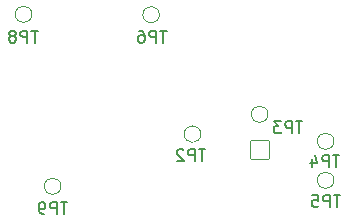
<source format=gbr>
%TF.GenerationSoftware,KiCad,Pcbnew,9.0.6+1*%
%TF.CreationDate,2025-12-12T14:05:26+00:00*%
%TF.ProjectId,KDT_Hierarchical_KiBot,4b44545f-4869-4657-9261-726368696361,0.1.6*%
%TF.SameCoordinates,Original*%
%TF.FileFunction,Legend,Bot*%
%TF.FilePolarity,Positive*%
%FSLAX46Y46*%
G04 Gerber Fmt 4.6, Leading zero omitted, Abs format (unit mm)*
G04 Created by KiCad (PCBNEW 9.0.6+1) date 2025-12-12 14:05:26*
%MOMM*%
%LPD*%
G01*
G04 APERTURE LIST*
G04 Aperture macros list*
%AMRoundRect*
0 Rectangle with rounded corners*
0 $1 Rounding radius*
0 $2 $3 $4 $5 $6 $7 $8 $9 X,Y pos of 4 corners*
0 Add a 4 corners polygon primitive as box body*
4,1,4,$2,$3,$4,$5,$6,$7,$8,$9,$2,$3,0*
0 Add four circle primitives for the rounded corners*
1,1,$1+$1,$2,$3*
1,1,$1+$1,$4,$5*
1,1,$1+$1,$6,$7*
1,1,$1+$1,$8,$9*
0 Add four rect primitives between the rounded corners*
20,1,$1+$1,$2,$3,$4,$5,0*
20,1,$1+$1,$4,$5,$6,$7,0*
20,1,$1+$1,$6,$7,$8,$9,0*
20,1,$1+$1,$8,$9,$2,$3,0*%
G04 Aperture macros list end*
%ADD10C,0.150000*%
%ADD11C,0.120000*%
%ADD12O,1.600000X2.100000*%
%ADD13C,2.100000*%
%ADD14RoundRect,0.050000X0.850000X0.850000X-0.850000X0.850000X-0.850000X-0.850000X0.850000X-0.850000X0*%
%ADD15O,1.800000X1.800000*%
%ADD16RoundRect,0.050000X-0.850000X-0.850000X0.850000X-0.850000X0.850000X0.850000X-0.850000X0.850000X0*%
%ADD17RoundRect,0.050000X0.800000X-0.800000X0.800000X0.800000X-0.800000X0.800000X-0.800000X-0.800000X0*%
%ADD18C,1.700000*%
%ADD19C,4.100000*%
%ADD20C,2.800000*%
%ADD21RoundRect,0.050000X0.850000X-0.850000X0.850000X0.850000X-0.850000X0.850000X-0.850000X-0.850000X0*%
%ADD22C,1.100000*%
G04 APERTURE END LIST*
D10*
X171579704Y-84778619D02*
X171008276Y-84778619D01*
X171293990Y-85778619D02*
X171293990Y-84778619D01*
X170674942Y-85778619D02*
X170674942Y-84778619D01*
X170674942Y-84778619D02*
X170293990Y-84778619D01*
X170293990Y-84778619D02*
X170198752Y-84826238D01*
X170198752Y-84826238D02*
X170151133Y-84873857D01*
X170151133Y-84873857D02*
X170103514Y-84969095D01*
X170103514Y-84969095D02*
X170103514Y-85111952D01*
X170103514Y-85111952D02*
X170151133Y-85207190D01*
X170151133Y-85207190D02*
X170198752Y-85254809D01*
X170198752Y-85254809D02*
X170293990Y-85302428D01*
X170293990Y-85302428D02*
X170674942Y-85302428D01*
X169770180Y-84778619D02*
X169151133Y-84778619D01*
X169151133Y-84778619D02*
X169484466Y-85159571D01*
X169484466Y-85159571D02*
X169341609Y-85159571D01*
X169341609Y-85159571D02*
X169246371Y-85207190D01*
X169246371Y-85207190D02*
X169198752Y-85254809D01*
X169198752Y-85254809D02*
X169151133Y-85350047D01*
X169151133Y-85350047D02*
X169151133Y-85588142D01*
X169151133Y-85588142D02*
X169198752Y-85683380D01*
X169198752Y-85683380D02*
X169246371Y-85731000D01*
X169246371Y-85731000D02*
X169341609Y-85778619D01*
X169341609Y-85778619D02*
X169627323Y-85778619D01*
X169627323Y-85778619D02*
X169722561Y-85731000D01*
X169722561Y-85731000D02*
X169770180Y-85683380D01*
X163350104Y-87140819D02*
X162778676Y-87140819D01*
X163064390Y-88140819D02*
X163064390Y-87140819D01*
X162445342Y-88140819D02*
X162445342Y-87140819D01*
X162445342Y-87140819D02*
X162064390Y-87140819D01*
X162064390Y-87140819D02*
X161969152Y-87188438D01*
X161969152Y-87188438D02*
X161921533Y-87236057D01*
X161921533Y-87236057D02*
X161873914Y-87331295D01*
X161873914Y-87331295D02*
X161873914Y-87474152D01*
X161873914Y-87474152D02*
X161921533Y-87569390D01*
X161921533Y-87569390D02*
X161969152Y-87617009D01*
X161969152Y-87617009D02*
X162064390Y-87664628D01*
X162064390Y-87664628D02*
X162445342Y-87664628D01*
X161492961Y-87236057D02*
X161445342Y-87188438D01*
X161445342Y-87188438D02*
X161350104Y-87140819D01*
X161350104Y-87140819D02*
X161112009Y-87140819D01*
X161112009Y-87140819D02*
X161016771Y-87188438D01*
X161016771Y-87188438D02*
X160969152Y-87236057D01*
X160969152Y-87236057D02*
X160921533Y-87331295D01*
X160921533Y-87331295D02*
X160921533Y-87426533D01*
X160921533Y-87426533D02*
X160969152Y-87569390D01*
X160969152Y-87569390D02*
X161540580Y-88140819D01*
X161540580Y-88140819D02*
X160921533Y-88140819D01*
X160073504Y-77107819D02*
X159502076Y-77107819D01*
X159787790Y-78107819D02*
X159787790Y-77107819D01*
X159168742Y-78107819D02*
X159168742Y-77107819D01*
X159168742Y-77107819D02*
X158787790Y-77107819D01*
X158787790Y-77107819D02*
X158692552Y-77155438D01*
X158692552Y-77155438D02*
X158644933Y-77203057D01*
X158644933Y-77203057D02*
X158597314Y-77298295D01*
X158597314Y-77298295D02*
X158597314Y-77441152D01*
X158597314Y-77441152D02*
X158644933Y-77536390D01*
X158644933Y-77536390D02*
X158692552Y-77584009D01*
X158692552Y-77584009D02*
X158787790Y-77631628D01*
X158787790Y-77631628D02*
X159168742Y-77631628D01*
X157740171Y-77107819D02*
X157930647Y-77107819D01*
X157930647Y-77107819D02*
X158025885Y-77155438D01*
X158025885Y-77155438D02*
X158073504Y-77203057D01*
X158073504Y-77203057D02*
X158168742Y-77345914D01*
X158168742Y-77345914D02*
X158216361Y-77536390D01*
X158216361Y-77536390D02*
X158216361Y-77917342D01*
X158216361Y-77917342D02*
X158168742Y-78012580D01*
X158168742Y-78012580D02*
X158121123Y-78060200D01*
X158121123Y-78060200D02*
X158025885Y-78107819D01*
X158025885Y-78107819D02*
X157835409Y-78107819D01*
X157835409Y-78107819D02*
X157740171Y-78060200D01*
X157740171Y-78060200D02*
X157692552Y-78012580D01*
X157692552Y-78012580D02*
X157644933Y-77917342D01*
X157644933Y-77917342D02*
X157644933Y-77679247D01*
X157644933Y-77679247D02*
X157692552Y-77584009D01*
X157692552Y-77584009D02*
X157740171Y-77536390D01*
X157740171Y-77536390D02*
X157835409Y-77488771D01*
X157835409Y-77488771D02*
X158025885Y-77488771D01*
X158025885Y-77488771D02*
X158121123Y-77536390D01*
X158121123Y-77536390D02*
X158168742Y-77584009D01*
X158168742Y-77584009D02*
X158216361Y-77679247D01*
X174780104Y-91027019D02*
X174208676Y-91027019D01*
X174494390Y-92027019D02*
X174494390Y-91027019D01*
X173875342Y-92027019D02*
X173875342Y-91027019D01*
X173875342Y-91027019D02*
X173494390Y-91027019D01*
X173494390Y-91027019D02*
X173399152Y-91074638D01*
X173399152Y-91074638D02*
X173351533Y-91122257D01*
X173351533Y-91122257D02*
X173303914Y-91217495D01*
X173303914Y-91217495D02*
X173303914Y-91360352D01*
X173303914Y-91360352D02*
X173351533Y-91455590D01*
X173351533Y-91455590D02*
X173399152Y-91503209D01*
X173399152Y-91503209D02*
X173494390Y-91550828D01*
X173494390Y-91550828D02*
X173875342Y-91550828D01*
X172399152Y-91027019D02*
X172875342Y-91027019D01*
X172875342Y-91027019D02*
X172922961Y-91503209D01*
X172922961Y-91503209D02*
X172875342Y-91455590D01*
X172875342Y-91455590D02*
X172780104Y-91407971D01*
X172780104Y-91407971D02*
X172542009Y-91407971D01*
X172542009Y-91407971D02*
X172446771Y-91455590D01*
X172446771Y-91455590D02*
X172399152Y-91503209D01*
X172399152Y-91503209D02*
X172351533Y-91598447D01*
X172351533Y-91598447D02*
X172351533Y-91836542D01*
X172351533Y-91836542D02*
X172399152Y-91931780D01*
X172399152Y-91931780D02*
X172446771Y-91979400D01*
X172446771Y-91979400D02*
X172542009Y-92027019D01*
X172542009Y-92027019D02*
X172780104Y-92027019D01*
X172780104Y-92027019D02*
X172875342Y-91979400D01*
X172875342Y-91979400D02*
X172922961Y-91931780D01*
X149176904Y-77107819D02*
X148605476Y-77107819D01*
X148891190Y-78107819D02*
X148891190Y-77107819D01*
X148272142Y-78107819D02*
X148272142Y-77107819D01*
X148272142Y-77107819D02*
X147891190Y-77107819D01*
X147891190Y-77107819D02*
X147795952Y-77155438D01*
X147795952Y-77155438D02*
X147748333Y-77203057D01*
X147748333Y-77203057D02*
X147700714Y-77298295D01*
X147700714Y-77298295D02*
X147700714Y-77441152D01*
X147700714Y-77441152D02*
X147748333Y-77536390D01*
X147748333Y-77536390D02*
X147795952Y-77584009D01*
X147795952Y-77584009D02*
X147891190Y-77631628D01*
X147891190Y-77631628D02*
X148272142Y-77631628D01*
X147129285Y-77536390D02*
X147224523Y-77488771D01*
X147224523Y-77488771D02*
X147272142Y-77441152D01*
X147272142Y-77441152D02*
X147319761Y-77345914D01*
X147319761Y-77345914D02*
X147319761Y-77298295D01*
X147319761Y-77298295D02*
X147272142Y-77203057D01*
X147272142Y-77203057D02*
X147224523Y-77155438D01*
X147224523Y-77155438D02*
X147129285Y-77107819D01*
X147129285Y-77107819D02*
X146938809Y-77107819D01*
X146938809Y-77107819D02*
X146843571Y-77155438D01*
X146843571Y-77155438D02*
X146795952Y-77203057D01*
X146795952Y-77203057D02*
X146748333Y-77298295D01*
X146748333Y-77298295D02*
X146748333Y-77345914D01*
X146748333Y-77345914D02*
X146795952Y-77441152D01*
X146795952Y-77441152D02*
X146843571Y-77488771D01*
X146843571Y-77488771D02*
X146938809Y-77536390D01*
X146938809Y-77536390D02*
X147129285Y-77536390D01*
X147129285Y-77536390D02*
X147224523Y-77584009D01*
X147224523Y-77584009D02*
X147272142Y-77631628D01*
X147272142Y-77631628D02*
X147319761Y-77726866D01*
X147319761Y-77726866D02*
X147319761Y-77917342D01*
X147319761Y-77917342D02*
X147272142Y-78012580D01*
X147272142Y-78012580D02*
X147224523Y-78060200D01*
X147224523Y-78060200D02*
X147129285Y-78107819D01*
X147129285Y-78107819D02*
X146938809Y-78107819D01*
X146938809Y-78107819D02*
X146843571Y-78060200D01*
X146843571Y-78060200D02*
X146795952Y-78012580D01*
X146795952Y-78012580D02*
X146748333Y-77917342D01*
X146748333Y-77917342D02*
X146748333Y-77726866D01*
X146748333Y-77726866D02*
X146795952Y-77631628D01*
X146795952Y-77631628D02*
X146843571Y-77584009D01*
X146843571Y-77584009D02*
X146938809Y-77536390D01*
X151666104Y-91611219D02*
X151094676Y-91611219D01*
X151380390Y-92611219D02*
X151380390Y-91611219D01*
X150761342Y-92611219D02*
X150761342Y-91611219D01*
X150761342Y-91611219D02*
X150380390Y-91611219D01*
X150380390Y-91611219D02*
X150285152Y-91658838D01*
X150285152Y-91658838D02*
X150237533Y-91706457D01*
X150237533Y-91706457D02*
X150189914Y-91801695D01*
X150189914Y-91801695D02*
X150189914Y-91944552D01*
X150189914Y-91944552D02*
X150237533Y-92039790D01*
X150237533Y-92039790D02*
X150285152Y-92087409D01*
X150285152Y-92087409D02*
X150380390Y-92135028D01*
X150380390Y-92135028D02*
X150761342Y-92135028D01*
X149713723Y-92611219D02*
X149523247Y-92611219D01*
X149523247Y-92611219D02*
X149428009Y-92563600D01*
X149428009Y-92563600D02*
X149380390Y-92515980D01*
X149380390Y-92515980D02*
X149285152Y-92373123D01*
X149285152Y-92373123D02*
X149237533Y-92182647D01*
X149237533Y-92182647D02*
X149237533Y-91801695D01*
X149237533Y-91801695D02*
X149285152Y-91706457D01*
X149285152Y-91706457D02*
X149332771Y-91658838D01*
X149332771Y-91658838D02*
X149428009Y-91611219D01*
X149428009Y-91611219D02*
X149618485Y-91611219D01*
X149618485Y-91611219D02*
X149713723Y-91658838D01*
X149713723Y-91658838D02*
X149761342Y-91706457D01*
X149761342Y-91706457D02*
X149808961Y-91801695D01*
X149808961Y-91801695D02*
X149808961Y-92039790D01*
X149808961Y-92039790D02*
X149761342Y-92135028D01*
X149761342Y-92135028D02*
X149713723Y-92182647D01*
X149713723Y-92182647D02*
X149618485Y-92230266D01*
X149618485Y-92230266D02*
X149428009Y-92230266D01*
X149428009Y-92230266D02*
X149332771Y-92182647D01*
X149332771Y-92182647D02*
X149285152Y-92135028D01*
X149285152Y-92135028D02*
X149237533Y-92039790D01*
X174703904Y-87648819D02*
X174132476Y-87648819D01*
X174418190Y-88648819D02*
X174418190Y-87648819D01*
X173799142Y-88648819D02*
X173799142Y-87648819D01*
X173799142Y-87648819D02*
X173418190Y-87648819D01*
X173418190Y-87648819D02*
X173322952Y-87696438D01*
X173322952Y-87696438D02*
X173275333Y-87744057D01*
X173275333Y-87744057D02*
X173227714Y-87839295D01*
X173227714Y-87839295D02*
X173227714Y-87982152D01*
X173227714Y-87982152D02*
X173275333Y-88077390D01*
X173275333Y-88077390D02*
X173322952Y-88125009D01*
X173322952Y-88125009D02*
X173418190Y-88172628D01*
X173418190Y-88172628D02*
X173799142Y-88172628D01*
X172370571Y-87982152D02*
X172370571Y-88648819D01*
X172608666Y-87601200D02*
X172846761Y-88315485D01*
X172846761Y-88315485D02*
X172227714Y-88315485D01*
D11*
%TO.C,TP3*%
X168655600Y-84180800D02*
G75*
G02*
X167255600Y-84180800I-700000J0D01*
G01*
X167255600Y-84180800D02*
G75*
G02*
X168655600Y-84180800I700000J0D01*
G01*
%TO.C,TP2*%
X162966000Y-85857200D02*
G75*
G02*
X161566000Y-85857200I-700000J0D01*
G01*
X161566000Y-85857200D02*
G75*
G02*
X162966000Y-85857200I700000J0D01*
G01*
%TO.C,TP6*%
X159460800Y-75748000D02*
G75*
G02*
X158060800Y-75748000I-700000J0D01*
G01*
X158060800Y-75748000D02*
G75*
G02*
X159460800Y-75748000I700000J0D01*
G01*
%TO.C,TP5*%
X174243600Y-89768800D02*
G75*
G02*
X172843600Y-89768800I-700000J0D01*
G01*
X172843600Y-89768800D02*
G75*
G02*
X174243600Y-89768800I700000J0D01*
G01*
%TO.C,TP8*%
X148665800Y-75722600D02*
G75*
G02*
X147265800Y-75722600I-700000J0D01*
G01*
X147265800Y-75722600D02*
G75*
G02*
X148665800Y-75722600I700000J0D01*
G01*
%TO.C,TP9*%
X151129600Y-90276800D02*
G75*
G02*
X149729600Y-90276800I-700000J0D01*
G01*
X149729600Y-90276800D02*
G75*
G02*
X151129600Y-90276800I700000J0D01*
G01*
%TO.C,TP4*%
X174243600Y-86466800D02*
G75*
G02*
X172843600Y-86466800I-700000J0D01*
G01*
X172843600Y-86466800D02*
G75*
G02*
X174243600Y-86466800I700000J0D01*
G01*
%TD*%
%LPC*%
D12*
%TO.C,J1*%
X117673600Y-86894800D03*
D13*
X122073600Y-86894800D03*
%TD*%
D14*
%TO.C,J3*%
X130773600Y-85194800D03*
D15*
X130773600Y-82654800D03*
X130773600Y-80114800D03*
X130773600Y-77574800D03*
X130773600Y-75034800D03*
%TD*%
D16*
%TO.C,J6*%
X135443600Y-82910800D03*
D15*
X135443600Y-85450800D03*
X135443600Y-87990800D03*
X135443600Y-90530800D03*
X135443600Y-93070800D03*
X135443600Y-95610800D03*
%TD*%
D17*
%TO.C,J2*%
X167955600Y-87228800D03*
D18*
X167955600Y-89728800D03*
X169955600Y-89728800D03*
X169955600Y-87228800D03*
D19*
X172815600Y-82478800D03*
X172815600Y-94478800D03*
%TD*%
D20*
%TO.C,H4*%
X171473600Y-75194800D03*
%TD*%
%TO.C,H2*%
X117473600Y-102694800D03*
%TD*%
%TO.C,H3*%
X117473600Y-75194800D03*
%TD*%
D21*
%TO.C,J5*%
X135596000Y-103459400D03*
D15*
X135596000Y-100919400D03*
X138136000Y-103459400D03*
X138136000Y-100919400D03*
X140676000Y-103459400D03*
X140676000Y-100919400D03*
%TD*%
D20*
%TO.C,H1*%
X171473600Y-102694800D03*
%TD*%
D16*
%TO.C,J4*%
X146365600Y-100944800D03*
D15*
X148905600Y-100944800D03*
X146365600Y-103484800D03*
X148905600Y-103484800D03*
%TD*%
D22*
%TO.C,TP3*%
X167955600Y-84180800D03*
%TD*%
%TO.C,TP2*%
X162266000Y-85857200D03*
%TD*%
%TO.C,TP6*%
X158760800Y-75748000D03*
%TD*%
%TO.C,TP5*%
X173543600Y-89768800D03*
%TD*%
%TO.C,TP8*%
X147965800Y-75722600D03*
%TD*%
%TO.C,TP9*%
X150429600Y-90276800D03*
%TD*%
%TO.C,TP4*%
X173543600Y-86466800D03*
%TD*%
%LPD*%
M02*

</source>
